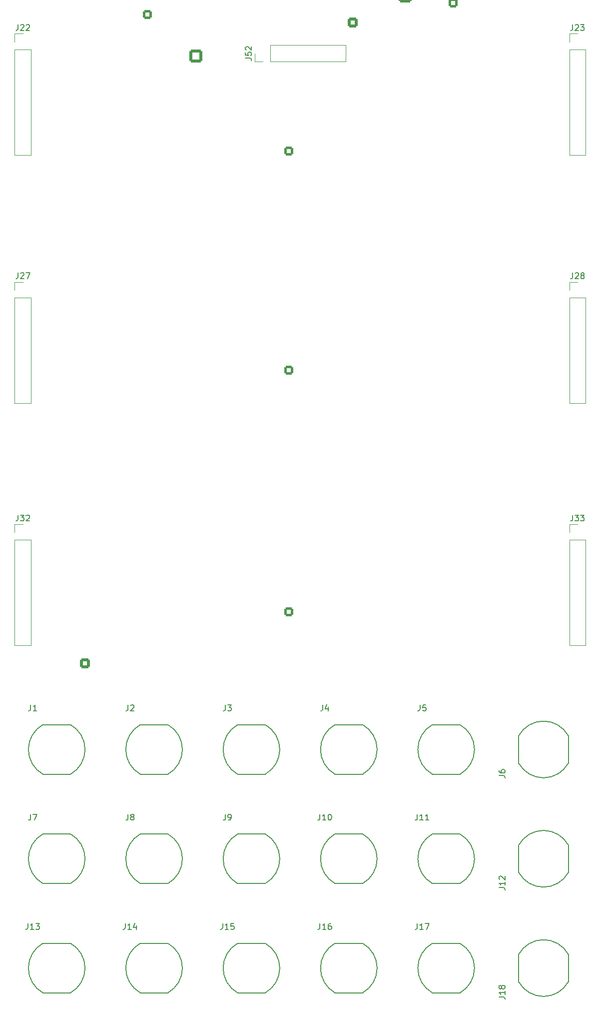
<source format=gto>
%TF.GenerationSoftware,KiCad,Pcbnew,9.0.7*%
%TF.CreationDate,2026-02-21T19:12:40+01:00*%
%TF.ProjectId,DMH_VCLFO_v2_PCB_Main,444d485f-5643-44c4-964f-5f76325f5043,1*%
%TF.SameCoordinates,Original*%
%TF.FileFunction,Legend,Top*%
%TF.FilePolarity,Positive*%
%FSLAX46Y46*%
G04 Gerber Fmt 4.6, Leading zero omitted, Abs format (unit mm)*
G04 Created by KiCad (PCBNEW 9.0.7) date 2026-02-21 19:12:40*
%MOMM*%
%LPD*%
G01*
G04 APERTURE LIST*
G04 Aperture macros list*
%AMRoundRect*
0 Rectangle with rounded corners*
0 $1 Rounding radius*
0 $2 $3 $4 $5 $6 $7 $8 $9 X,Y pos of 4 corners*
0 Add a 4 corners polygon primitive as box body*
4,1,4,$2,$3,$4,$5,$6,$7,$8,$9,$2,$3,0*
0 Add four circle primitives for the rounded corners*
1,1,$1+$1,$2,$3*
1,1,$1+$1,$4,$5*
1,1,$1+$1,$6,$7*
1,1,$1+$1,$8,$9*
0 Add four rect primitives between the rounded corners*
20,1,$1+$1,$2,$3,$4,$5,0*
20,1,$1+$1,$4,$5,$6,$7,0*
20,1,$1+$1,$6,$7,$8,$9,0*
20,1,$1+$1,$8,$9,$2,$3,0*%
%AMHorizOval*
0 Thick line with rounded ends*
0 $1 width*
0 $2 $3 position (X,Y) of the first rounded end (center of the circle)*
0 $4 $5 position (X,Y) of the second rounded end (center of the circle)*
0 Add line between two ends*
20,1,$1,$2,$3,$4,$5,0*
0 Add two circle primitives to create the rounded ends*
1,1,$1,$2,$3*
1,1,$1,$4,$5*%
G04 Aperture macros list end*
%ADD10C,0.150000*%
%ADD11C,0.120000*%
%ADD12HorizOval,1.712000X-0.533159X-0.533159X0.533159X0.533159X0*%
%ADD13O,1.712000X3.220000*%
%ADD14O,3.220000X1.712000*%
%ADD15R,1.700000X1.700000*%
%ADD16C,1.700000*%
%ADD17HorizOval,1.712000X-0.533159X0.533159X0.533159X-0.533159X0*%
%ADD18C,1.600000*%
%ADD19RoundRect,0.250000X0.600000X-0.600000X0.600000X0.600000X-0.600000X0.600000X-0.600000X-0.600000X0*%
%ADD20RoundRect,0.250000X-0.550000X0.550000X-0.550000X-0.550000X0.550000X-0.550000X0.550000X0.550000X0*%
%ADD21RoundRect,0.249999X-0.850001X0.850001X-0.850001X-0.850001X0.850001X-0.850001X0.850001X0.850001X0*%
%ADD22C,2.200000*%
%ADD23RoundRect,0.250000X-0.600000X0.600000X-0.600000X-0.600000X0.600000X-0.600000X0.600000X0.600000X0*%
%ADD24RoundRect,0.250000X0.550000X-0.550000X0.550000X0.550000X-0.550000X0.550000X-0.550000X-0.550000X0*%
%ADD25RoundRect,0.249999X0.850001X-0.850001X0.850001X0.850001X-0.850001X0.850001X-0.850001X-0.850001X0*%
G04 APERTURE END LIST*
D10*
X103365476Y-201204819D02*
X103365476Y-201919104D01*
X103365476Y-201919104D02*
X103317857Y-202061961D01*
X103317857Y-202061961D02*
X103222619Y-202157200D01*
X103222619Y-202157200D02*
X103079762Y-202204819D01*
X103079762Y-202204819D02*
X102984524Y-202204819D01*
X104365476Y-202204819D02*
X103794048Y-202204819D01*
X104079762Y-202204819D02*
X104079762Y-201204819D01*
X104079762Y-201204819D02*
X103984524Y-201347676D01*
X103984524Y-201347676D02*
X103889286Y-201442914D01*
X103889286Y-201442914D02*
X103794048Y-201490533D01*
X105222619Y-201204819D02*
X105032143Y-201204819D01*
X105032143Y-201204819D02*
X104936905Y-201252438D01*
X104936905Y-201252438D02*
X104889286Y-201300057D01*
X104889286Y-201300057D02*
X104794048Y-201442914D01*
X104794048Y-201442914D02*
X104746429Y-201633390D01*
X104746429Y-201633390D02*
X104746429Y-202014342D01*
X104746429Y-202014342D02*
X104794048Y-202109580D01*
X104794048Y-202109580D02*
X104841667Y-202157200D01*
X104841667Y-202157200D02*
X104936905Y-202204819D01*
X104936905Y-202204819D02*
X105127381Y-202204819D01*
X105127381Y-202204819D02*
X105222619Y-202157200D01*
X105222619Y-202157200D02*
X105270238Y-202109580D01*
X105270238Y-202109580D02*
X105317857Y-202014342D01*
X105317857Y-202014342D02*
X105317857Y-201776247D01*
X105317857Y-201776247D02*
X105270238Y-201681009D01*
X105270238Y-201681009D02*
X105222619Y-201633390D01*
X105222619Y-201633390D02*
X105127381Y-201585771D01*
X105127381Y-201585771D02*
X104936905Y-201585771D01*
X104936905Y-201585771D02*
X104841667Y-201633390D01*
X104841667Y-201633390D02*
X104794048Y-201681009D01*
X104794048Y-201681009D02*
X104746429Y-201776247D01*
X54341666Y-182704819D02*
X54341666Y-183419104D01*
X54341666Y-183419104D02*
X54294047Y-183561961D01*
X54294047Y-183561961D02*
X54198809Y-183657200D01*
X54198809Y-183657200D02*
X54055952Y-183704819D01*
X54055952Y-183704819D02*
X53960714Y-183704819D01*
X54722619Y-182704819D02*
X55389285Y-182704819D01*
X55389285Y-182704819D02*
X54960714Y-183704819D01*
X87341666Y-182704819D02*
X87341666Y-183419104D01*
X87341666Y-183419104D02*
X87294047Y-183561961D01*
X87294047Y-183561961D02*
X87198809Y-183657200D01*
X87198809Y-183657200D02*
X87055952Y-183704819D01*
X87055952Y-183704819D02*
X86960714Y-183704819D01*
X87865476Y-183704819D02*
X88055952Y-183704819D01*
X88055952Y-183704819D02*
X88151190Y-183657200D01*
X88151190Y-183657200D02*
X88198809Y-183609580D01*
X88198809Y-183609580D02*
X88294047Y-183466723D01*
X88294047Y-183466723D02*
X88341666Y-183276247D01*
X88341666Y-183276247D02*
X88341666Y-182895295D01*
X88341666Y-182895295D02*
X88294047Y-182800057D01*
X88294047Y-182800057D02*
X88246428Y-182752438D01*
X88246428Y-182752438D02*
X88151190Y-182704819D01*
X88151190Y-182704819D02*
X87960714Y-182704819D01*
X87960714Y-182704819D02*
X87865476Y-182752438D01*
X87865476Y-182752438D02*
X87817857Y-182800057D01*
X87817857Y-182800057D02*
X87770238Y-182895295D01*
X87770238Y-182895295D02*
X87770238Y-183133390D01*
X87770238Y-183133390D02*
X87817857Y-183228628D01*
X87817857Y-183228628D02*
X87865476Y-183276247D01*
X87865476Y-183276247D02*
X87960714Y-183323866D01*
X87960714Y-183323866D02*
X88151190Y-183323866D01*
X88151190Y-183323866D02*
X88246428Y-183276247D01*
X88246428Y-183276247D02*
X88294047Y-183228628D01*
X88294047Y-183228628D02*
X88341666Y-183133390D01*
X52190476Y-49074819D02*
X52190476Y-49789104D01*
X52190476Y-49789104D02*
X52142857Y-49931961D01*
X52142857Y-49931961D02*
X52047619Y-50027200D01*
X52047619Y-50027200D02*
X51904762Y-50074819D01*
X51904762Y-50074819D02*
X51809524Y-50074819D01*
X52619048Y-49170057D02*
X52666667Y-49122438D01*
X52666667Y-49122438D02*
X52761905Y-49074819D01*
X52761905Y-49074819D02*
X53000000Y-49074819D01*
X53000000Y-49074819D02*
X53095238Y-49122438D01*
X53095238Y-49122438D02*
X53142857Y-49170057D01*
X53142857Y-49170057D02*
X53190476Y-49265295D01*
X53190476Y-49265295D02*
X53190476Y-49360533D01*
X53190476Y-49360533D02*
X53142857Y-49503390D01*
X53142857Y-49503390D02*
X52571429Y-50074819D01*
X52571429Y-50074819D02*
X53190476Y-50074819D01*
X53571429Y-49170057D02*
X53619048Y-49122438D01*
X53619048Y-49122438D02*
X53714286Y-49074819D01*
X53714286Y-49074819D02*
X53952381Y-49074819D01*
X53952381Y-49074819D02*
X54047619Y-49122438D01*
X54047619Y-49122438D02*
X54095238Y-49170057D01*
X54095238Y-49170057D02*
X54142857Y-49265295D01*
X54142857Y-49265295D02*
X54142857Y-49360533D01*
X54142857Y-49360533D02*
X54095238Y-49503390D01*
X54095238Y-49503390D02*
X53523810Y-50074819D01*
X53523810Y-50074819D02*
X54142857Y-50074819D01*
X54341666Y-164204819D02*
X54341666Y-164919104D01*
X54341666Y-164919104D02*
X54294047Y-165061961D01*
X54294047Y-165061961D02*
X54198809Y-165157200D01*
X54198809Y-165157200D02*
X54055952Y-165204819D01*
X54055952Y-165204819D02*
X53960714Y-165204819D01*
X55341666Y-165204819D02*
X54770238Y-165204819D01*
X55055952Y-165204819D02*
X55055952Y-164204819D01*
X55055952Y-164204819D02*
X54960714Y-164347676D01*
X54960714Y-164347676D02*
X54865476Y-164442914D01*
X54865476Y-164442914D02*
X54770238Y-164490533D01*
X52190476Y-132074819D02*
X52190476Y-132789104D01*
X52190476Y-132789104D02*
X52142857Y-132931961D01*
X52142857Y-132931961D02*
X52047619Y-133027200D01*
X52047619Y-133027200D02*
X51904762Y-133074819D01*
X51904762Y-133074819D02*
X51809524Y-133074819D01*
X52571429Y-132074819D02*
X53190476Y-132074819D01*
X53190476Y-132074819D02*
X52857143Y-132455771D01*
X52857143Y-132455771D02*
X53000000Y-132455771D01*
X53000000Y-132455771D02*
X53095238Y-132503390D01*
X53095238Y-132503390D02*
X53142857Y-132551009D01*
X53142857Y-132551009D02*
X53190476Y-132646247D01*
X53190476Y-132646247D02*
X53190476Y-132884342D01*
X53190476Y-132884342D02*
X53142857Y-132979580D01*
X53142857Y-132979580D02*
X53095238Y-133027200D01*
X53095238Y-133027200D02*
X53000000Y-133074819D01*
X53000000Y-133074819D02*
X52714286Y-133074819D01*
X52714286Y-133074819D02*
X52619048Y-133027200D01*
X52619048Y-133027200D02*
X52571429Y-132979580D01*
X53571429Y-132170057D02*
X53619048Y-132122438D01*
X53619048Y-132122438D02*
X53714286Y-132074819D01*
X53714286Y-132074819D02*
X53952381Y-132074819D01*
X53952381Y-132074819D02*
X54047619Y-132122438D01*
X54047619Y-132122438D02*
X54095238Y-132170057D01*
X54095238Y-132170057D02*
X54142857Y-132265295D01*
X54142857Y-132265295D02*
X54142857Y-132360533D01*
X54142857Y-132360533D02*
X54095238Y-132503390D01*
X54095238Y-132503390D02*
X53523810Y-133074819D01*
X53523810Y-133074819D02*
X54142857Y-133074819D01*
X86865476Y-201204819D02*
X86865476Y-201919104D01*
X86865476Y-201919104D02*
X86817857Y-202061961D01*
X86817857Y-202061961D02*
X86722619Y-202157200D01*
X86722619Y-202157200D02*
X86579762Y-202204819D01*
X86579762Y-202204819D02*
X86484524Y-202204819D01*
X87865476Y-202204819D02*
X87294048Y-202204819D01*
X87579762Y-202204819D02*
X87579762Y-201204819D01*
X87579762Y-201204819D02*
X87484524Y-201347676D01*
X87484524Y-201347676D02*
X87389286Y-201442914D01*
X87389286Y-201442914D02*
X87294048Y-201490533D01*
X88770238Y-201204819D02*
X88294048Y-201204819D01*
X88294048Y-201204819D02*
X88246429Y-201681009D01*
X88246429Y-201681009D02*
X88294048Y-201633390D01*
X88294048Y-201633390D02*
X88389286Y-201585771D01*
X88389286Y-201585771D02*
X88627381Y-201585771D01*
X88627381Y-201585771D02*
X88722619Y-201633390D01*
X88722619Y-201633390D02*
X88770238Y-201681009D01*
X88770238Y-201681009D02*
X88817857Y-201776247D01*
X88817857Y-201776247D02*
X88817857Y-202014342D01*
X88817857Y-202014342D02*
X88770238Y-202109580D01*
X88770238Y-202109580D02*
X88722619Y-202157200D01*
X88722619Y-202157200D02*
X88627381Y-202204819D01*
X88627381Y-202204819D02*
X88389286Y-202204819D01*
X88389286Y-202204819D02*
X88294048Y-202157200D01*
X88294048Y-202157200D02*
X88246429Y-202109580D01*
X70365476Y-201204819D02*
X70365476Y-201919104D01*
X70365476Y-201919104D02*
X70317857Y-202061961D01*
X70317857Y-202061961D02*
X70222619Y-202157200D01*
X70222619Y-202157200D02*
X70079762Y-202204819D01*
X70079762Y-202204819D02*
X69984524Y-202204819D01*
X71365476Y-202204819D02*
X70794048Y-202204819D01*
X71079762Y-202204819D02*
X71079762Y-201204819D01*
X71079762Y-201204819D02*
X70984524Y-201347676D01*
X70984524Y-201347676D02*
X70889286Y-201442914D01*
X70889286Y-201442914D02*
X70794048Y-201490533D01*
X72222619Y-201538152D02*
X72222619Y-202204819D01*
X71984524Y-201157200D02*
X71746429Y-201871485D01*
X71746429Y-201871485D02*
X72365476Y-201871485D01*
X119865476Y-182704819D02*
X119865476Y-183419104D01*
X119865476Y-183419104D02*
X119817857Y-183561961D01*
X119817857Y-183561961D02*
X119722619Y-183657200D01*
X119722619Y-183657200D02*
X119579762Y-183704819D01*
X119579762Y-183704819D02*
X119484524Y-183704819D01*
X120865476Y-183704819D02*
X120294048Y-183704819D01*
X120579762Y-183704819D02*
X120579762Y-182704819D01*
X120579762Y-182704819D02*
X120484524Y-182847676D01*
X120484524Y-182847676D02*
X120389286Y-182942914D01*
X120389286Y-182942914D02*
X120294048Y-182990533D01*
X121817857Y-183704819D02*
X121246429Y-183704819D01*
X121532143Y-183704819D02*
X121532143Y-182704819D01*
X121532143Y-182704819D02*
X121436905Y-182847676D01*
X121436905Y-182847676D02*
X121341667Y-182942914D01*
X121341667Y-182942914D02*
X121246429Y-182990533D01*
X146190476Y-91074819D02*
X146190476Y-91789104D01*
X146190476Y-91789104D02*
X146142857Y-91931961D01*
X146142857Y-91931961D02*
X146047619Y-92027200D01*
X146047619Y-92027200D02*
X145904762Y-92074819D01*
X145904762Y-92074819D02*
X145809524Y-92074819D01*
X146619048Y-91170057D02*
X146666667Y-91122438D01*
X146666667Y-91122438D02*
X146761905Y-91074819D01*
X146761905Y-91074819D02*
X147000000Y-91074819D01*
X147000000Y-91074819D02*
X147095238Y-91122438D01*
X147095238Y-91122438D02*
X147142857Y-91170057D01*
X147142857Y-91170057D02*
X147190476Y-91265295D01*
X147190476Y-91265295D02*
X147190476Y-91360533D01*
X147190476Y-91360533D02*
X147142857Y-91503390D01*
X147142857Y-91503390D02*
X146571429Y-92074819D01*
X146571429Y-92074819D02*
X147190476Y-92074819D01*
X147761905Y-91503390D02*
X147666667Y-91455771D01*
X147666667Y-91455771D02*
X147619048Y-91408152D01*
X147619048Y-91408152D02*
X147571429Y-91312914D01*
X147571429Y-91312914D02*
X147571429Y-91265295D01*
X147571429Y-91265295D02*
X147619048Y-91170057D01*
X147619048Y-91170057D02*
X147666667Y-91122438D01*
X147666667Y-91122438D02*
X147761905Y-91074819D01*
X147761905Y-91074819D02*
X147952381Y-91074819D01*
X147952381Y-91074819D02*
X148047619Y-91122438D01*
X148047619Y-91122438D02*
X148095238Y-91170057D01*
X148095238Y-91170057D02*
X148142857Y-91265295D01*
X148142857Y-91265295D02*
X148142857Y-91312914D01*
X148142857Y-91312914D02*
X148095238Y-91408152D01*
X148095238Y-91408152D02*
X148047619Y-91455771D01*
X148047619Y-91455771D02*
X147952381Y-91503390D01*
X147952381Y-91503390D02*
X147761905Y-91503390D01*
X147761905Y-91503390D02*
X147666667Y-91551009D01*
X147666667Y-91551009D02*
X147619048Y-91598628D01*
X147619048Y-91598628D02*
X147571429Y-91693866D01*
X147571429Y-91693866D02*
X147571429Y-91884342D01*
X147571429Y-91884342D02*
X147619048Y-91979580D01*
X147619048Y-91979580D02*
X147666667Y-92027200D01*
X147666667Y-92027200D02*
X147761905Y-92074819D01*
X147761905Y-92074819D02*
X147952381Y-92074819D01*
X147952381Y-92074819D02*
X148047619Y-92027200D01*
X148047619Y-92027200D02*
X148095238Y-91979580D01*
X148095238Y-91979580D02*
X148142857Y-91884342D01*
X148142857Y-91884342D02*
X148142857Y-91693866D01*
X148142857Y-91693866D02*
X148095238Y-91598628D01*
X148095238Y-91598628D02*
X148047619Y-91551009D01*
X148047619Y-91551009D02*
X147952381Y-91503390D01*
X103841666Y-164204819D02*
X103841666Y-164919104D01*
X103841666Y-164919104D02*
X103794047Y-165061961D01*
X103794047Y-165061961D02*
X103698809Y-165157200D01*
X103698809Y-165157200D02*
X103555952Y-165204819D01*
X103555952Y-165204819D02*
X103460714Y-165204819D01*
X104746428Y-164538152D02*
X104746428Y-165204819D01*
X104508333Y-164157200D02*
X104270238Y-164871485D01*
X104270238Y-164871485D02*
X104889285Y-164871485D01*
X87341666Y-164204819D02*
X87341666Y-164919104D01*
X87341666Y-164919104D02*
X87294047Y-165061961D01*
X87294047Y-165061961D02*
X87198809Y-165157200D01*
X87198809Y-165157200D02*
X87055952Y-165204819D01*
X87055952Y-165204819D02*
X86960714Y-165204819D01*
X87722619Y-164204819D02*
X88341666Y-164204819D01*
X88341666Y-164204819D02*
X88008333Y-164585771D01*
X88008333Y-164585771D02*
X88151190Y-164585771D01*
X88151190Y-164585771D02*
X88246428Y-164633390D01*
X88246428Y-164633390D02*
X88294047Y-164681009D01*
X88294047Y-164681009D02*
X88341666Y-164776247D01*
X88341666Y-164776247D02*
X88341666Y-165014342D01*
X88341666Y-165014342D02*
X88294047Y-165109580D01*
X88294047Y-165109580D02*
X88246428Y-165157200D01*
X88246428Y-165157200D02*
X88151190Y-165204819D01*
X88151190Y-165204819D02*
X87865476Y-165204819D01*
X87865476Y-165204819D02*
X87770238Y-165157200D01*
X87770238Y-165157200D02*
X87722619Y-165109580D01*
X133704819Y-213634523D02*
X134419104Y-213634523D01*
X134419104Y-213634523D02*
X134561961Y-213682142D01*
X134561961Y-213682142D02*
X134657200Y-213777380D01*
X134657200Y-213777380D02*
X134704819Y-213920237D01*
X134704819Y-213920237D02*
X134704819Y-214015475D01*
X134704819Y-212634523D02*
X134704819Y-213205951D01*
X134704819Y-212920237D02*
X133704819Y-212920237D01*
X133704819Y-212920237D02*
X133847676Y-213015475D01*
X133847676Y-213015475D02*
X133942914Y-213110713D01*
X133942914Y-213110713D02*
X133990533Y-213205951D01*
X134133390Y-212063094D02*
X134085771Y-212158332D01*
X134085771Y-212158332D02*
X134038152Y-212205951D01*
X134038152Y-212205951D02*
X133942914Y-212253570D01*
X133942914Y-212253570D02*
X133895295Y-212253570D01*
X133895295Y-212253570D02*
X133800057Y-212205951D01*
X133800057Y-212205951D02*
X133752438Y-212158332D01*
X133752438Y-212158332D02*
X133704819Y-212063094D01*
X133704819Y-212063094D02*
X133704819Y-211872618D01*
X133704819Y-211872618D02*
X133752438Y-211777380D01*
X133752438Y-211777380D02*
X133800057Y-211729761D01*
X133800057Y-211729761D02*
X133895295Y-211682142D01*
X133895295Y-211682142D02*
X133942914Y-211682142D01*
X133942914Y-211682142D02*
X134038152Y-211729761D01*
X134038152Y-211729761D02*
X134085771Y-211777380D01*
X134085771Y-211777380D02*
X134133390Y-211872618D01*
X134133390Y-211872618D02*
X134133390Y-212063094D01*
X134133390Y-212063094D02*
X134181009Y-212158332D01*
X134181009Y-212158332D02*
X134228628Y-212205951D01*
X134228628Y-212205951D02*
X134323866Y-212253570D01*
X134323866Y-212253570D02*
X134514342Y-212253570D01*
X134514342Y-212253570D02*
X134609580Y-212205951D01*
X134609580Y-212205951D02*
X134657200Y-212158332D01*
X134657200Y-212158332D02*
X134704819Y-212063094D01*
X134704819Y-212063094D02*
X134704819Y-211872618D01*
X134704819Y-211872618D02*
X134657200Y-211777380D01*
X134657200Y-211777380D02*
X134609580Y-211729761D01*
X134609580Y-211729761D02*
X134514342Y-211682142D01*
X134514342Y-211682142D02*
X134323866Y-211682142D01*
X134323866Y-211682142D02*
X134228628Y-211729761D01*
X134228628Y-211729761D02*
X134181009Y-211777380D01*
X134181009Y-211777380D02*
X134133390Y-211872618D01*
X53865476Y-201204819D02*
X53865476Y-201919104D01*
X53865476Y-201919104D02*
X53817857Y-202061961D01*
X53817857Y-202061961D02*
X53722619Y-202157200D01*
X53722619Y-202157200D02*
X53579762Y-202204819D01*
X53579762Y-202204819D02*
X53484524Y-202204819D01*
X54865476Y-202204819D02*
X54294048Y-202204819D01*
X54579762Y-202204819D02*
X54579762Y-201204819D01*
X54579762Y-201204819D02*
X54484524Y-201347676D01*
X54484524Y-201347676D02*
X54389286Y-201442914D01*
X54389286Y-201442914D02*
X54294048Y-201490533D01*
X55198810Y-201204819D02*
X55817857Y-201204819D01*
X55817857Y-201204819D02*
X55484524Y-201585771D01*
X55484524Y-201585771D02*
X55627381Y-201585771D01*
X55627381Y-201585771D02*
X55722619Y-201633390D01*
X55722619Y-201633390D02*
X55770238Y-201681009D01*
X55770238Y-201681009D02*
X55817857Y-201776247D01*
X55817857Y-201776247D02*
X55817857Y-202014342D01*
X55817857Y-202014342D02*
X55770238Y-202109580D01*
X55770238Y-202109580D02*
X55722619Y-202157200D01*
X55722619Y-202157200D02*
X55627381Y-202204819D01*
X55627381Y-202204819D02*
X55341667Y-202204819D01*
X55341667Y-202204819D02*
X55246429Y-202157200D01*
X55246429Y-202157200D02*
X55198810Y-202109580D01*
X70841666Y-164204819D02*
X70841666Y-164919104D01*
X70841666Y-164919104D02*
X70794047Y-165061961D01*
X70794047Y-165061961D02*
X70698809Y-165157200D01*
X70698809Y-165157200D02*
X70555952Y-165204819D01*
X70555952Y-165204819D02*
X70460714Y-165204819D01*
X71270238Y-164300057D02*
X71317857Y-164252438D01*
X71317857Y-164252438D02*
X71413095Y-164204819D01*
X71413095Y-164204819D02*
X71651190Y-164204819D01*
X71651190Y-164204819D02*
X71746428Y-164252438D01*
X71746428Y-164252438D02*
X71794047Y-164300057D01*
X71794047Y-164300057D02*
X71841666Y-164395295D01*
X71841666Y-164395295D02*
X71841666Y-164490533D01*
X71841666Y-164490533D02*
X71794047Y-164633390D01*
X71794047Y-164633390D02*
X71222619Y-165204819D01*
X71222619Y-165204819D02*
X71841666Y-165204819D01*
X70841666Y-182704819D02*
X70841666Y-183419104D01*
X70841666Y-183419104D02*
X70794047Y-183561961D01*
X70794047Y-183561961D02*
X70698809Y-183657200D01*
X70698809Y-183657200D02*
X70555952Y-183704819D01*
X70555952Y-183704819D02*
X70460714Y-183704819D01*
X71460714Y-183133390D02*
X71365476Y-183085771D01*
X71365476Y-183085771D02*
X71317857Y-183038152D01*
X71317857Y-183038152D02*
X71270238Y-182942914D01*
X71270238Y-182942914D02*
X71270238Y-182895295D01*
X71270238Y-182895295D02*
X71317857Y-182800057D01*
X71317857Y-182800057D02*
X71365476Y-182752438D01*
X71365476Y-182752438D02*
X71460714Y-182704819D01*
X71460714Y-182704819D02*
X71651190Y-182704819D01*
X71651190Y-182704819D02*
X71746428Y-182752438D01*
X71746428Y-182752438D02*
X71794047Y-182800057D01*
X71794047Y-182800057D02*
X71841666Y-182895295D01*
X71841666Y-182895295D02*
X71841666Y-182942914D01*
X71841666Y-182942914D02*
X71794047Y-183038152D01*
X71794047Y-183038152D02*
X71746428Y-183085771D01*
X71746428Y-183085771D02*
X71651190Y-183133390D01*
X71651190Y-183133390D02*
X71460714Y-183133390D01*
X71460714Y-183133390D02*
X71365476Y-183181009D01*
X71365476Y-183181009D02*
X71317857Y-183228628D01*
X71317857Y-183228628D02*
X71270238Y-183323866D01*
X71270238Y-183323866D02*
X71270238Y-183514342D01*
X71270238Y-183514342D02*
X71317857Y-183609580D01*
X71317857Y-183609580D02*
X71365476Y-183657200D01*
X71365476Y-183657200D02*
X71460714Y-183704819D01*
X71460714Y-183704819D02*
X71651190Y-183704819D01*
X71651190Y-183704819D02*
X71746428Y-183657200D01*
X71746428Y-183657200D02*
X71794047Y-183609580D01*
X71794047Y-183609580D02*
X71841666Y-183514342D01*
X71841666Y-183514342D02*
X71841666Y-183323866D01*
X71841666Y-183323866D02*
X71794047Y-183228628D01*
X71794047Y-183228628D02*
X71746428Y-183181009D01*
X71746428Y-183181009D02*
X71651190Y-183133390D01*
X146190476Y-49074819D02*
X146190476Y-49789104D01*
X146190476Y-49789104D02*
X146142857Y-49931961D01*
X146142857Y-49931961D02*
X146047619Y-50027200D01*
X146047619Y-50027200D02*
X145904762Y-50074819D01*
X145904762Y-50074819D02*
X145809524Y-50074819D01*
X146619048Y-49170057D02*
X146666667Y-49122438D01*
X146666667Y-49122438D02*
X146761905Y-49074819D01*
X146761905Y-49074819D02*
X147000000Y-49074819D01*
X147000000Y-49074819D02*
X147095238Y-49122438D01*
X147095238Y-49122438D02*
X147142857Y-49170057D01*
X147142857Y-49170057D02*
X147190476Y-49265295D01*
X147190476Y-49265295D02*
X147190476Y-49360533D01*
X147190476Y-49360533D02*
X147142857Y-49503390D01*
X147142857Y-49503390D02*
X146571429Y-50074819D01*
X146571429Y-50074819D02*
X147190476Y-50074819D01*
X147523810Y-49074819D02*
X148142857Y-49074819D01*
X148142857Y-49074819D02*
X147809524Y-49455771D01*
X147809524Y-49455771D02*
X147952381Y-49455771D01*
X147952381Y-49455771D02*
X148047619Y-49503390D01*
X148047619Y-49503390D02*
X148095238Y-49551009D01*
X148095238Y-49551009D02*
X148142857Y-49646247D01*
X148142857Y-49646247D02*
X148142857Y-49884342D01*
X148142857Y-49884342D02*
X148095238Y-49979580D01*
X148095238Y-49979580D02*
X148047619Y-50027200D01*
X148047619Y-50027200D02*
X147952381Y-50074819D01*
X147952381Y-50074819D02*
X147666667Y-50074819D01*
X147666667Y-50074819D02*
X147571429Y-50027200D01*
X147571429Y-50027200D02*
X147523810Y-49979580D01*
X120341666Y-164204819D02*
X120341666Y-164919104D01*
X120341666Y-164919104D02*
X120294047Y-165061961D01*
X120294047Y-165061961D02*
X120198809Y-165157200D01*
X120198809Y-165157200D02*
X120055952Y-165204819D01*
X120055952Y-165204819D02*
X119960714Y-165204819D01*
X121294047Y-164204819D02*
X120817857Y-164204819D01*
X120817857Y-164204819D02*
X120770238Y-164681009D01*
X120770238Y-164681009D02*
X120817857Y-164633390D01*
X120817857Y-164633390D02*
X120913095Y-164585771D01*
X120913095Y-164585771D02*
X121151190Y-164585771D01*
X121151190Y-164585771D02*
X121246428Y-164633390D01*
X121246428Y-164633390D02*
X121294047Y-164681009D01*
X121294047Y-164681009D02*
X121341666Y-164776247D01*
X121341666Y-164776247D02*
X121341666Y-165014342D01*
X121341666Y-165014342D02*
X121294047Y-165109580D01*
X121294047Y-165109580D02*
X121246428Y-165157200D01*
X121246428Y-165157200D02*
X121151190Y-165204819D01*
X121151190Y-165204819D02*
X120913095Y-165204819D01*
X120913095Y-165204819D02*
X120817857Y-165157200D01*
X120817857Y-165157200D02*
X120770238Y-165109580D01*
X133704819Y-195134523D02*
X134419104Y-195134523D01*
X134419104Y-195134523D02*
X134561961Y-195182142D01*
X134561961Y-195182142D02*
X134657200Y-195277380D01*
X134657200Y-195277380D02*
X134704819Y-195420237D01*
X134704819Y-195420237D02*
X134704819Y-195515475D01*
X134704819Y-194134523D02*
X134704819Y-194705951D01*
X134704819Y-194420237D02*
X133704819Y-194420237D01*
X133704819Y-194420237D02*
X133847676Y-194515475D01*
X133847676Y-194515475D02*
X133942914Y-194610713D01*
X133942914Y-194610713D02*
X133990533Y-194705951D01*
X133800057Y-193753570D02*
X133752438Y-193705951D01*
X133752438Y-193705951D02*
X133704819Y-193610713D01*
X133704819Y-193610713D02*
X133704819Y-193372618D01*
X133704819Y-193372618D02*
X133752438Y-193277380D01*
X133752438Y-193277380D02*
X133800057Y-193229761D01*
X133800057Y-193229761D02*
X133895295Y-193182142D01*
X133895295Y-193182142D02*
X133990533Y-193182142D01*
X133990533Y-193182142D02*
X134133390Y-193229761D01*
X134133390Y-193229761D02*
X134704819Y-193801189D01*
X134704819Y-193801189D02*
X134704819Y-193182142D01*
X133704819Y-176158333D02*
X134419104Y-176158333D01*
X134419104Y-176158333D02*
X134561961Y-176205952D01*
X134561961Y-176205952D02*
X134657200Y-176301190D01*
X134657200Y-176301190D02*
X134704819Y-176444047D01*
X134704819Y-176444047D02*
X134704819Y-176539285D01*
X133704819Y-175253571D02*
X133704819Y-175444047D01*
X133704819Y-175444047D02*
X133752438Y-175539285D01*
X133752438Y-175539285D02*
X133800057Y-175586904D01*
X133800057Y-175586904D02*
X133942914Y-175682142D01*
X133942914Y-175682142D02*
X134133390Y-175729761D01*
X134133390Y-175729761D02*
X134514342Y-175729761D01*
X134514342Y-175729761D02*
X134609580Y-175682142D01*
X134609580Y-175682142D02*
X134657200Y-175634523D01*
X134657200Y-175634523D02*
X134704819Y-175539285D01*
X134704819Y-175539285D02*
X134704819Y-175348809D01*
X134704819Y-175348809D02*
X134657200Y-175253571D01*
X134657200Y-175253571D02*
X134609580Y-175205952D01*
X134609580Y-175205952D02*
X134514342Y-175158333D01*
X134514342Y-175158333D02*
X134276247Y-175158333D01*
X134276247Y-175158333D02*
X134181009Y-175205952D01*
X134181009Y-175205952D02*
X134133390Y-175253571D01*
X134133390Y-175253571D02*
X134085771Y-175348809D01*
X134085771Y-175348809D02*
X134085771Y-175539285D01*
X134085771Y-175539285D02*
X134133390Y-175634523D01*
X134133390Y-175634523D02*
X134181009Y-175682142D01*
X134181009Y-175682142D02*
X134276247Y-175729761D01*
X119865476Y-201204819D02*
X119865476Y-201919104D01*
X119865476Y-201919104D02*
X119817857Y-202061961D01*
X119817857Y-202061961D02*
X119722619Y-202157200D01*
X119722619Y-202157200D02*
X119579762Y-202204819D01*
X119579762Y-202204819D02*
X119484524Y-202204819D01*
X120865476Y-202204819D02*
X120294048Y-202204819D01*
X120579762Y-202204819D02*
X120579762Y-201204819D01*
X120579762Y-201204819D02*
X120484524Y-201347676D01*
X120484524Y-201347676D02*
X120389286Y-201442914D01*
X120389286Y-201442914D02*
X120294048Y-201490533D01*
X121198810Y-201204819D02*
X121865476Y-201204819D01*
X121865476Y-201204819D02*
X121436905Y-202204819D01*
X52190476Y-91074819D02*
X52190476Y-91789104D01*
X52190476Y-91789104D02*
X52142857Y-91931961D01*
X52142857Y-91931961D02*
X52047619Y-92027200D01*
X52047619Y-92027200D02*
X51904762Y-92074819D01*
X51904762Y-92074819D02*
X51809524Y-92074819D01*
X52619048Y-91170057D02*
X52666667Y-91122438D01*
X52666667Y-91122438D02*
X52761905Y-91074819D01*
X52761905Y-91074819D02*
X53000000Y-91074819D01*
X53000000Y-91074819D02*
X53095238Y-91122438D01*
X53095238Y-91122438D02*
X53142857Y-91170057D01*
X53142857Y-91170057D02*
X53190476Y-91265295D01*
X53190476Y-91265295D02*
X53190476Y-91360533D01*
X53190476Y-91360533D02*
X53142857Y-91503390D01*
X53142857Y-91503390D02*
X52571429Y-92074819D01*
X52571429Y-92074819D02*
X53190476Y-92074819D01*
X53523810Y-91074819D02*
X54190476Y-91074819D01*
X54190476Y-91074819D02*
X53761905Y-92074819D01*
X146190476Y-132074819D02*
X146190476Y-132789104D01*
X146190476Y-132789104D02*
X146142857Y-132931961D01*
X146142857Y-132931961D02*
X146047619Y-133027200D01*
X146047619Y-133027200D02*
X145904762Y-133074819D01*
X145904762Y-133074819D02*
X145809524Y-133074819D01*
X146571429Y-132074819D02*
X147190476Y-132074819D01*
X147190476Y-132074819D02*
X146857143Y-132455771D01*
X146857143Y-132455771D02*
X147000000Y-132455771D01*
X147000000Y-132455771D02*
X147095238Y-132503390D01*
X147095238Y-132503390D02*
X147142857Y-132551009D01*
X147142857Y-132551009D02*
X147190476Y-132646247D01*
X147190476Y-132646247D02*
X147190476Y-132884342D01*
X147190476Y-132884342D02*
X147142857Y-132979580D01*
X147142857Y-132979580D02*
X147095238Y-133027200D01*
X147095238Y-133027200D02*
X147000000Y-133074819D01*
X147000000Y-133074819D02*
X146714286Y-133074819D01*
X146714286Y-133074819D02*
X146619048Y-133027200D01*
X146619048Y-133027200D02*
X146571429Y-132979580D01*
X147523810Y-132074819D02*
X148142857Y-132074819D01*
X148142857Y-132074819D02*
X147809524Y-132455771D01*
X147809524Y-132455771D02*
X147952381Y-132455771D01*
X147952381Y-132455771D02*
X148047619Y-132503390D01*
X148047619Y-132503390D02*
X148095238Y-132551009D01*
X148095238Y-132551009D02*
X148142857Y-132646247D01*
X148142857Y-132646247D02*
X148142857Y-132884342D01*
X148142857Y-132884342D02*
X148095238Y-132979580D01*
X148095238Y-132979580D02*
X148047619Y-133027200D01*
X148047619Y-133027200D02*
X147952381Y-133074819D01*
X147952381Y-133074819D02*
X147666667Y-133074819D01*
X147666667Y-133074819D02*
X147571429Y-133027200D01*
X147571429Y-133027200D02*
X147523810Y-132979580D01*
X90749819Y-54734523D02*
X91464104Y-54734523D01*
X91464104Y-54734523D02*
X91606961Y-54782142D01*
X91606961Y-54782142D02*
X91702200Y-54877380D01*
X91702200Y-54877380D02*
X91749819Y-55020237D01*
X91749819Y-55020237D02*
X91749819Y-55115475D01*
X90749819Y-53782142D02*
X90749819Y-54258332D01*
X90749819Y-54258332D02*
X91226009Y-54305951D01*
X91226009Y-54305951D02*
X91178390Y-54258332D01*
X91178390Y-54258332D02*
X91130771Y-54163094D01*
X91130771Y-54163094D02*
X91130771Y-53924999D01*
X91130771Y-53924999D02*
X91178390Y-53829761D01*
X91178390Y-53829761D02*
X91226009Y-53782142D01*
X91226009Y-53782142D02*
X91321247Y-53734523D01*
X91321247Y-53734523D02*
X91559342Y-53734523D01*
X91559342Y-53734523D02*
X91654580Y-53782142D01*
X91654580Y-53782142D02*
X91702200Y-53829761D01*
X91702200Y-53829761D02*
X91749819Y-53924999D01*
X91749819Y-53924999D02*
X91749819Y-54163094D01*
X91749819Y-54163094D02*
X91702200Y-54258332D01*
X91702200Y-54258332D02*
X91654580Y-54305951D01*
X90845057Y-53353570D02*
X90797438Y-53305951D01*
X90797438Y-53305951D02*
X90749819Y-53210713D01*
X90749819Y-53210713D02*
X90749819Y-52972618D01*
X90749819Y-52972618D02*
X90797438Y-52877380D01*
X90797438Y-52877380D02*
X90845057Y-52829761D01*
X90845057Y-52829761D02*
X90940295Y-52782142D01*
X90940295Y-52782142D02*
X91035533Y-52782142D01*
X91035533Y-52782142D02*
X91178390Y-52829761D01*
X91178390Y-52829761D02*
X91749819Y-53401189D01*
X91749819Y-53401189D02*
X91749819Y-52782142D01*
X103365476Y-182704819D02*
X103365476Y-183419104D01*
X103365476Y-183419104D02*
X103317857Y-183561961D01*
X103317857Y-183561961D02*
X103222619Y-183657200D01*
X103222619Y-183657200D02*
X103079762Y-183704819D01*
X103079762Y-183704819D02*
X102984524Y-183704819D01*
X104365476Y-183704819D02*
X103794048Y-183704819D01*
X104079762Y-183704819D02*
X104079762Y-182704819D01*
X104079762Y-182704819D02*
X103984524Y-182847676D01*
X103984524Y-182847676D02*
X103889286Y-182942914D01*
X103889286Y-182942914D02*
X103794048Y-182990533D01*
X104984524Y-182704819D02*
X105079762Y-182704819D01*
X105079762Y-182704819D02*
X105175000Y-182752438D01*
X105175000Y-182752438D02*
X105222619Y-182800057D01*
X105222619Y-182800057D02*
X105270238Y-182895295D01*
X105270238Y-182895295D02*
X105317857Y-183085771D01*
X105317857Y-183085771D02*
X105317857Y-183323866D01*
X105317857Y-183323866D02*
X105270238Y-183514342D01*
X105270238Y-183514342D02*
X105222619Y-183609580D01*
X105222619Y-183609580D02*
X105175000Y-183657200D01*
X105175000Y-183657200D02*
X105079762Y-183704819D01*
X105079762Y-183704819D02*
X104984524Y-183704819D01*
X104984524Y-183704819D02*
X104889286Y-183657200D01*
X104889286Y-183657200D02*
X104841667Y-183609580D01*
X104841667Y-183609580D02*
X104794048Y-183514342D01*
X104794048Y-183514342D02*
X104746429Y-183323866D01*
X104746429Y-183323866D02*
X104746429Y-183085771D01*
X104746429Y-183085771D02*
X104794048Y-182895295D01*
X104794048Y-182895295D02*
X104841667Y-182800057D01*
X104841667Y-182800057D02*
X104889286Y-182752438D01*
X104889286Y-182752438D02*
X104984524Y-182704819D01*
%TO.C,J16*%
X108250000Y-204550000D02*
X105900000Y-204550000D01*
X108250000Y-204550000D02*
X110600000Y-204550000D01*
X108250000Y-212950000D02*
X105900000Y-212950000D01*
X108250000Y-212950000D02*
X110600000Y-212950000D01*
X103450000Y-208750000D02*
G75*
G02*
X105906222Y-204561121I4800000J0D01*
G01*
X105906222Y-212938879D02*
G75*
G02*
X103450000Y-208750000I2343778J4188879D01*
G01*
X110593778Y-204561121D02*
G75*
G02*
X113050000Y-208750000I-2343781J-4188881D01*
G01*
X113050000Y-208750000D02*
G75*
G02*
X110593778Y-212938879I-4800003J2D01*
G01*
%TO.C,J7*%
X58750000Y-186050000D02*
X56400000Y-186050000D01*
X58750000Y-186050000D02*
X61100000Y-186050000D01*
X58750000Y-194450000D02*
X56400000Y-194450000D01*
X58750000Y-194450000D02*
X61100000Y-194450000D01*
X53950000Y-190250000D02*
G75*
G02*
X56406222Y-186061121I4800000J0D01*
G01*
X56406222Y-194438879D02*
G75*
G02*
X53950000Y-190250000I2343778J4188879D01*
G01*
X61093778Y-186061121D02*
G75*
G02*
X63550000Y-190250000I-2343781J-4188881D01*
G01*
X63550000Y-190250000D02*
G75*
G02*
X61093778Y-194438879I-4800003J2D01*
G01*
%TO.C,J9*%
X91750000Y-186050000D02*
X89400000Y-186050000D01*
X91750000Y-186050000D02*
X94100000Y-186050000D01*
X91750000Y-194450000D02*
X89400000Y-194450000D01*
X91750000Y-194450000D02*
X94100000Y-194450000D01*
X86950000Y-190250000D02*
G75*
G02*
X89406222Y-186061121I4800000J0D01*
G01*
X89406222Y-194438879D02*
G75*
G02*
X86950000Y-190250000I2343778J4188879D01*
G01*
X94093778Y-186061121D02*
G75*
G02*
X96550000Y-190250000I-2343781J-4188881D01*
G01*
X96550000Y-190250000D02*
G75*
G02*
X94093778Y-194438879I-4800003J2D01*
G01*
D11*
%TO.C,J22*%
X51620000Y-50620000D02*
X53000000Y-50620000D01*
X51620000Y-52000000D02*
X51620000Y-50620000D01*
X51620000Y-53270000D02*
X51620000Y-71160000D01*
X51620000Y-53270000D02*
X54380000Y-53270000D01*
X51620000Y-71160000D02*
X54380000Y-71160000D01*
X54380000Y-53270000D02*
X54380000Y-71160000D01*
D10*
%TO.C,J1*%
X58750000Y-167550000D02*
X56400000Y-167550000D01*
X58750000Y-167550000D02*
X61100000Y-167550000D01*
X58750000Y-175950000D02*
X56400000Y-175950000D01*
X58750000Y-175950000D02*
X61100000Y-175950000D01*
X53950000Y-171750000D02*
G75*
G02*
X56406222Y-167561121I4800000J0D01*
G01*
X56406222Y-175938879D02*
G75*
G02*
X53950000Y-171750000I2343778J4188879D01*
G01*
X61093778Y-167561121D02*
G75*
G02*
X63550000Y-171750000I-2343781J-4188881D01*
G01*
X63550000Y-171750000D02*
G75*
G02*
X61093778Y-175938879I-4800003J2D01*
G01*
D11*
%TO.C,J32*%
X51620000Y-133620000D02*
X53000000Y-133620000D01*
X51620000Y-135000000D02*
X51620000Y-133620000D01*
X51620000Y-136270000D02*
X51620000Y-154160000D01*
X51620000Y-136270000D02*
X54380000Y-136270000D01*
X51620000Y-154160000D02*
X54380000Y-154160000D01*
X54380000Y-136270000D02*
X54380000Y-154160000D01*
D10*
%TO.C,J15*%
X91750000Y-204550000D02*
X89400000Y-204550000D01*
X91750000Y-204550000D02*
X94100000Y-204550000D01*
X91750000Y-212950000D02*
X89400000Y-212950000D01*
X91750000Y-212950000D02*
X94100000Y-212950000D01*
X86950000Y-208750000D02*
G75*
G02*
X89406222Y-204561121I4800000J0D01*
G01*
X89406222Y-212938879D02*
G75*
G02*
X86950000Y-208750000I2343778J4188879D01*
G01*
X94093778Y-204561121D02*
G75*
G02*
X96550000Y-208750000I-2343781J-4188881D01*
G01*
X96550000Y-208750000D02*
G75*
G02*
X94093778Y-212938879I-4800003J2D01*
G01*
%TO.C,J14*%
X75250000Y-204550000D02*
X72900000Y-204550000D01*
X75250000Y-204550000D02*
X77600000Y-204550000D01*
X75250000Y-212950000D02*
X72900000Y-212950000D01*
X75250000Y-212950000D02*
X77600000Y-212950000D01*
X70450000Y-208750000D02*
G75*
G02*
X72906222Y-204561121I4800000J0D01*
G01*
X72906222Y-212938879D02*
G75*
G02*
X70450000Y-208750000I2343778J4188879D01*
G01*
X77593778Y-204561121D02*
G75*
G02*
X80050000Y-208750000I-2343781J-4188881D01*
G01*
X80050000Y-208750000D02*
G75*
G02*
X77593778Y-212938879I-4800003J2D01*
G01*
%TO.C,J11*%
X124750000Y-186050000D02*
X122400000Y-186050000D01*
X124750000Y-186050000D02*
X127100000Y-186050000D01*
X124750000Y-194450000D02*
X122400000Y-194450000D01*
X124750000Y-194450000D02*
X127100000Y-194450000D01*
X119950000Y-190250000D02*
G75*
G02*
X122406222Y-186061121I4800000J0D01*
G01*
X122406222Y-194438879D02*
G75*
G02*
X119950000Y-190250000I2343778J4188879D01*
G01*
X127093778Y-186061121D02*
G75*
G02*
X129550000Y-190250000I-2343781J-4188881D01*
G01*
X129550000Y-190250000D02*
G75*
G02*
X127093778Y-194438879I-4800003J2D01*
G01*
D11*
%TO.C,J28*%
X145620000Y-92620000D02*
X147000000Y-92620000D01*
X145620000Y-94000000D02*
X145620000Y-92620000D01*
X145620000Y-95270000D02*
X145620000Y-113160000D01*
X145620000Y-95270000D02*
X148380000Y-95270000D01*
X145620000Y-113160000D02*
X148380000Y-113160000D01*
X148380000Y-95270000D02*
X148380000Y-113160000D01*
D10*
%TO.C,J4*%
X108250000Y-167550000D02*
X105900000Y-167550000D01*
X108250000Y-167550000D02*
X110600000Y-167550000D01*
X108250000Y-175950000D02*
X105900000Y-175950000D01*
X108250000Y-175950000D02*
X110600000Y-175950000D01*
X103450000Y-171750000D02*
G75*
G02*
X105906222Y-167561121I4800000J0D01*
G01*
X105906222Y-175938879D02*
G75*
G02*
X103450000Y-171750000I2343778J4188879D01*
G01*
X110593778Y-167561121D02*
G75*
G02*
X113050000Y-171750000I-2343781J-4188881D01*
G01*
X113050000Y-171750000D02*
G75*
G02*
X110593778Y-175938879I-4800003J2D01*
G01*
%TO.C,J3*%
X91750000Y-167550000D02*
X89400000Y-167550000D01*
X91750000Y-167550000D02*
X94100000Y-167550000D01*
X91750000Y-175950000D02*
X89400000Y-175950000D01*
X91750000Y-175950000D02*
X94100000Y-175950000D01*
X86950000Y-171750000D02*
G75*
G02*
X89406222Y-167561121I4800000J0D01*
G01*
X89406222Y-175938879D02*
G75*
G02*
X86950000Y-171750000I2343778J4188879D01*
G01*
X94093778Y-167561121D02*
G75*
G02*
X96550000Y-171750000I-2343781J-4188881D01*
G01*
X96550000Y-171750000D02*
G75*
G02*
X94093778Y-175938879I-4800003J2D01*
G01*
%TO.C,J18*%
X137050000Y-208750000D02*
X137050000Y-206400000D01*
X137050000Y-208750000D02*
X137050000Y-211100000D01*
X145450000Y-208750000D02*
X145450000Y-206400000D01*
X145450000Y-208750000D02*
X145450000Y-211100000D01*
X137061121Y-206406222D02*
G75*
G02*
X141250000Y-203950000I4188881J-2343781D01*
G01*
X141250000Y-203950000D02*
G75*
G02*
X145438879Y-206406222I-2J-4800003D01*
G01*
X141250000Y-213550000D02*
G75*
G02*
X137061121Y-211093778I0J4800000D01*
G01*
X145438879Y-211093778D02*
G75*
G02*
X141250000Y-213550000I-4188879J2343778D01*
G01*
%TO.C,J13*%
X58750000Y-204550000D02*
X56400000Y-204550000D01*
X58750000Y-204550000D02*
X61100000Y-204550000D01*
X58750000Y-212950000D02*
X56400000Y-212950000D01*
X58750000Y-212950000D02*
X61100000Y-212950000D01*
X53950000Y-208750000D02*
G75*
G02*
X56406222Y-204561121I4800000J0D01*
G01*
X56406222Y-212938879D02*
G75*
G02*
X53950000Y-208750000I2343778J4188879D01*
G01*
X61093778Y-204561121D02*
G75*
G02*
X63550000Y-208750000I-2343781J-4188881D01*
G01*
X63550000Y-208750000D02*
G75*
G02*
X61093778Y-212938879I-4800003J2D01*
G01*
%TO.C,J2*%
X75250000Y-167550000D02*
X72900000Y-167550000D01*
X75250000Y-167550000D02*
X77600000Y-167550000D01*
X75250000Y-175950000D02*
X72900000Y-175950000D01*
X75250000Y-175950000D02*
X77600000Y-175950000D01*
X70450000Y-171750000D02*
G75*
G02*
X72906222Y-167561121I4800000J0D01*
G01*
X72906222Y-175938879D02*
G75*
G02*
X70450000Y-171750000I2343778J4188879D01*
G01*
X77593778Y-167561121D02*
G75*
G02*
X80050000Y-171750000I-2343781J-4188881D01*
G01*
X80050000Y-171750000D02*
G75*
G02*
X77593778Y-175938879I-4800003J2D01*
G01*
%TO.C,J8*%
X75250000Y-186050000D02*
X72900000Y-186050000D01*
X75250000Y-186050000D02*
X77600000Y-186050000D01*
X75250000Y-194450000D02*
X72900000Y-194450000D01*
X75250000Y-194450000D02*
X77600000Y-194450000D01*
X70450000Y-190250000D02*
G75*
G02*
X72906222Y-186061121I4800000J0D01*
G01*
X72906222Y-194438879D02*
G75*
G02*
X70450000Y-190250000I2343778J4188879D01*
G01*
X77593778Y-186061121D02*
G75*
G02*
X80050000Y-190250000I-2343781J-4188881D01*
G01*
X80050000Y-190250000D02*
G75*
G02*
X77593778Y-194438879I-4800003J2D01*
G01*
D11*
%TO.C,J23*%
X145620000Y-50620000D02*
X147000000Y-50620000D01*
X145620000Y-52000000D02*
X145620000Y-50620000D01*
X145620000Y-53270000D02*
X145620000Y-71160000D01*
X145620000Y-53270000D02*
X148380000Y-53270000D01*
X145620000Y-71160000D02*
X148380000Y-71160000D01*
X148380000Y-53270000D02*
X148380000Y-71160000D01*
D10*
%TO.C,J5*%
X124750000Y-167550000D02*
X122400000Y-167550000D01*
X124750000Y-167550000D02*
X127100000Y-167550000D01*
X124750000Y-175950000D02*
X122400000Y-175950000D01*
X124750000Y-175950000D02*
X127100000Y-175950000D01*
X119950000Y-171750000D02*
G75*
G02*
X122406222Y-167561121I4800000J0D01*
G01*
X122406222Y-175938879D02*
G75*
G02*
X119950000Y-171750000I2343778J4188879D01*
G01*
X127093778Y-167561121D02*
G75*
G02*
X129550000Y-171750000I-2343781J-4188881D01*
G01*
X129550000Y-171750000D02*
G75*
G02*
X127093778Y-175938879I-4800003J2D01*
G01*
%TO.C,J12*%
X137050000Y-190250000D02*
X137050000Y-187900000D01*
X137050000Y-190250000D02*
X137050000Y-192600000D01*
X145450000Y-190250000D02*
X145450000Y-187900000D01*
X145450000Y-190250000D02*
X145450000Y-192600000D01*
X137061121Y-187906222D02*
G75*
G02*
X141250000Y-185450000I4188881J-2343781D01*
G01*
X141250000Y-185450000D02*
G75*
G02*
X145438879Y-187906222I-2J-4800003D01*
G01*
X141250000Y-195050000D02*
G75*
G02*
X137061121Y-192593778I0J4800000D01*
G01*
X145438879Y-192593778D02*
G75*
G02*
X141250000Y-195050000I-4188879J2343778D01*
G01*
%TO.C,J6*%
X137050000Y-171750000D02*
X137050000Y-169400000D01*
X137050000Y-171750000D02*
X137050000Y-174100000D01*
X145450000Y-171750000D02*
X145450000Y-169400000D01*
X145450000Y-171750000D02*
X145450000Y-174100000D01*
X137061121Y-169406222D02*
G75*
G02*
X141250000Y-166950000I4188881J-2343781D01*
G01*
X141250000Y-166950000D02*
G75*
G02*
X145438879Y-169406222I-2J-4800003D01*
G01*
X141250000Y-176550000D02*
G75*
G02*
X137061121Y-174093778I0J4800000D01*
G01*
X145438879Y-174093778D02*
G75*
G02*
X141250000Y-176550000I-4188879J2343778D01*
G01*
%TO.C,J17*%
X124750000Y-204550000D02*
X122400000Y-204550000D01*
X124750000Y-204550000D02*
X127100000Y-204550000D01*
X124750000Y-212950000D02*
X122400000Y-212950000D01*
X124750000Y-212950000D02*
X127100000Y-212950000D01*
X119950000Y-208750000D02*
G75*
G02*
X122406222Y-204561121I4800000J0D01*
G01*
X122406222Y-212938879D02*
G75*
G02*
X119950000Y-208750000I2343778J4188879D01*
G01*
X127093778Y-204561121D02*
G75*
G02*
X129550000Y-208750000I-2343781J-4188881D01*
G01*
X129550000Y-208750000D02*
G75*
G02*
X127093778Y-212938879I-4800003J2D01*
G01*
D11*
%TO.C,J27*%
X51620000Y-92620000D02*
X53000000Y-92620000D01*
X51620000Y-94000000D02*
X51620000Y-92620000D01*
X51620000Y-95270000D02*
X51620000Y-113160000D01*
X51620000Y-95270000D02*
X54380000Y-95270000D01*
X51620000Y-113160000D02*
X54380000Y-113160000D01*
X54380000Y-95270000D02*
X54380000Y-113160000D01*
%TO.C,J33*%
X145620000Y-133620000D02*
X147000000Y-133620000D01*
X145620000Y-135000000D02*
X145620000Y-133620000D01*
X145620000Y-136270000D02*
X145620000Y-154160000D01*
X145620000Y-136270000D02*
X148380000Y-136270000D01*
X145620000Y-154160000D02*
X148380000Y-154160000D01*
X148380000Y-136270000D02*
X148380000Y-154160000D01*
%TO.C,J52*%
X92295000Y-55305000D02*
X92295000Y-53925000D01*
X93675000Y-55305000D02*
X92295000Y-55305000D01*
X94945000Y-52545000D02*
X107755000Y-52545000D01*
X94945000Y-55305000D02*
X94945000Y-52545000D01*
X94945000Y-55305000D02*
X107755000Y-55305000D01*
X107755000Y-55305000D02*
X107755000Y-52545000D01*
D10*
%TO.C,J10*%
X108250000Y-186050000D02*
X105900000Y-186050000D01*
X108250000Y-186050000D02*
X110600000Y-186050000D01*
X108250000Y-194450000D02*
X105900000Y-194450000D01*
X108250000Y-194450000D02*
X110600000Y-194450000D01*
X103450000Y-190250000D02*
G75*
G02*
X105906222Y-186061121I4800000J0D01*
G01*
X105906222Y-194438879D02*
G75*
G02*
X103450000Y-190250000I2343778J4188879D01*
G01*
X110593778Y-186061121D02*
G75*
G02*
X113050000Y-190250000I-2343781J-4188881D01*
G01*
X113050000Y-190250000D02*
G75*
G02*
X110593778Y-194438879I-4800003J2D01*
G01*
%TD*%
%LPC*%
D12*
%TO.C,J16*%
X103653810Y-204153810D03*
D13*
X114750000Y-208250000D03*
D14*
X110750000Y-202250000D03*
%TD*%
D12*
%TO.C,J7*%
X54153810Y-185653810D03*
D13*
X65250000Y-189750000D03*
D14*
X61250000Y-183750000D03*
%TD*%
D12*
%TO.C,J9*%
X87153810Y-185653810D03*
D13*
X98250000Y-189750000D03*
D14*
X94250000Y-183750000D03*
%TD*%
D15*
%TO.C,J22*%
X53000000Y-52000000D03*
D16*
X53000000Y-54540000D03*
X53000000Y-57080000D03*
X53000000Y-59620000D03*
X53000000Y-62160000D03*
X53000000Y-64700000D03*
X53000000Y-67240000D03*
X53000000Y-69780000D03*
%TD*%
D12*
%TO.C,J1*%
X54153810Y-167153810D03*
D13*
X65250000Y-171250000D03*
D14*
X61250000Y-165250000D03*
%TD*%
D15*
%TO.C,J32*%
X53000000Y-135000000D03*
D16*
X53000000Y-137540000D03*
X53000000Y-140080000D03*
X53000000Y-142620000D03*
X53000000Y-145160000D03*
X53000000Y-147700000D03*
X53000000Y-150240000D03*
X53000000Y-152780000D03*
%TD*%
D12*
%TO.C,J15*%
X87153810Y-204153810D03*
D13*
X98250000Y-208250000D03*
D14*
X94250000Y-202250000D03*
%TD*%
D12*
%TO.C,J14*%
X70653810Y-204153810D03*
D13*
X81750000Y-208250000D03*
D14*
X77750000Y-202250000D03*
%TD*%
D12*
%TO.C,J11*%
X120153810Y-185653810D03*
D13*
X131250000Y-189750000D03*
D14*
X127250000Y-183750000D03*
%TD*%
D15*
%TO.C,J28*%
X147000000Y-94000000D03*
D16*
X147000000Y-96540000D03*
X147000000Y-99080000D03*
X147000000Y-101620000D03*
X147000000Y-104160000D03*
X147000000Y-106700000D03*
X147000000Y-109240000D03*
X147000000Y-111780000D03*
%TD*%
D12*
%TO.C,J4*%
X103653810Y-167153810D03*
D13*
X114750000Y-171250000D03*
D14*
X110750000Y-165250000D03*
%TD*%
D12*
%TO.C,J3*%
X87153810Y-167153810D03*
D13*
X98250000Y-171250000D03*
D14*
X94250000Y-165250000D03*
%TD*%
D17*
%TO.C,J18*%
X136653810Y-213346190D03*
D14*
X140750000Y-202250000D03*
D13*
X134750000Y-206250000D03*
%TD*%
D12*
%TO.C,J13*%
X54153810Y-204153810D03*
D13*
X65250000Y-208250000D03*
D14*
X61250000Y-202250000D03*
%TD*%
D12*
%TO.C,J2*%
X70653810Y-167153810D03*
D13*
X81750000Y-171250000D03*
D14*
X77750000Y-165250000D03*
%TD*%
D12*
%TO.C,J8*%
X70653810Y-185653810D03*
D13*
X81750000Y-189750000D03*
D14*
X77750000Y-183750000D03*
%TD*%
D15*
%TO.C,J23*%
X147000000Y-52000000D03*
D16*
X147000000Y-54540000D03*
X147000000Y-57080000D03*
X147000000Y-59620000D03*
X147000000Y-62160000D03*
X147000000Y-64700000D03*
X147000000Y-67240000D03*
X147000000Y-69780000D03*
%TD*%
D12*
%TO.C,J5*%
X120153810Y-167153810D03*
D13*
X131250000Y-171250000D03*
D14*
X127250000Y-165250000D03*
%TD*%
D17*
%TO.C,J12*%
X136653810Y-194846190D03*
D14*
X140750000Y-183750000D03*
D13*
X134750000Y-187750000D03*
%TD*%
D17*
%TO.C,J6*%
X136653810Y-176346190D03*
D14*
X140750000Y-165250000D03*
D13*
X134750000Y-169250000D03*
%TD*%
D12*
%TO.C,J17*%
X120153810Y-204153810D03*
D13*
X131250000Y-208250000D03*
D14*
X127250000Y-202250000D03*
%TD*%
D15*
%TO.C,J27*%
X53000000Y-94000000D03*
D16*
X53000000Y-96540000D03*
X53000000Y-99080000D03*
X53000000Y-101620000D03*
X53000000Y-104160000D03*
X53000000Y-106700000D03*
X53000000Y-109240000D03*
X53000000Y-111780000D03*
%TD*%
D15*
%TO.C,J33*%
X147000000Y-135000000D03*
D16*
X147000000Y-137540000D03*
X147000000Y-140080000D03*
X147000000Y-142620000D03*
X147000000Y-145160000D03*
X147000000Y-147700000D03*
X147000000Y-150240000D03*
X147000000Y-152780000D03*
%TD*%
D15*
%TO.C,J52*%
X93675000Y-53925000D03*
D16*
X96215000Y-53925000D03*
X98755000Y-53925000D03*
X101295000Y-53925000D03*
X103835000Y-53925000D03*
X106375000Y-53925000D03*
%TD*%
D12*
%TO.C,J10*%
X103653810Y-185653810D03*
D13*
X114750000Y-189750000D03*
D14*
X110750000Y-183750000D03*
%TD*%
D18*
%TO.C,C60*%
X117900000Y-71800000D03*
X117900000Y-76800000D03*
%TD*%
%TO.C,R27*%
X117836406Y-102610000D03*
X117836406Y-94990000D03*
%TD*%
%TO.C,R42*%
X123118203Y-135890000D03*
X123118203Y-143510000D03*
%TD*%
%TO.C,R37*%
X112554609Y-143510000D03*
X112554609Y-135890000D03*
%TD*%
%TO.C,C56*%
X93600000Y-71800000D03*
X93600000Y-76800000D03*
%TD*%
%TO.C,R8*%
X123118203Y-57890000D03*
X123118203Y-65510000D03*
%TD*%
%TO.C,R34*%
X128400000Y-94990000D03*
X128400000Y-102610000D03*
%TD*%
%TO.C,R3*%
X112500000Y-65510000D03*
X112500000Y-57890000D03*
%TD*%
D19*
%TO.C,J100*%
X108890000Y-48752500D03*
D16*
X108890000Y-46212500D03*
X106350000Y-48752500D03*
X106350000Y-46212500D03*
X103810000Y-48752500D03*
X103810000Y-46212500D03*
X101270000Y-48752500D03*
X101270000Y-46212500D03*
X98730000Y-48752500D03*
X98730000Y-46212500D03*
X96190000Y-48752500D03*
X96190000Y-46212500D03*
X93650000Y-48752500D03*
X93650000Y-46212500D03*
X91110000Y-48752500D03*
X91110000Y-46212500D03*
%TD*%
D18*
%TO.C,C62*%
X117900000Y-149800000D03*
X117900000Y-154800000D03*
%TD*%
%TO.C,R17*%
X128400000Y-57890000D03*
X128400000Y-65510000D03*
%TD*%
%TO.C,R19*%
X91427421Y-94990000D03*
X91427421Y-102610000D03*
%TD*%
%TO.C,C58*%
X93600000Y-149800000D03*
X93600000Y-154800000D03*
%TD*%
D15*
%TO.C,J53*%
X52800000Y-159700000D03*
%TD*%
D18*
%TO.C,R51*%
X128400000Y-135890000D03*
X128400000Y-143510000D03*
%TD*%
%TO.C,R36*%
X91427421Y-135890000D03*
X91427421Y-143510000D03*
%TD*%
D20*
%TO.C,U2*%
X98085000Y-107590000D03*
D18*
X100625000Y-107590000D03*
X103165000Y-107590000D03*
X105705000Y-107590000D03*
X108245000Y-107590000D03*
X110785000Y-107590000D03*
X113325000Y-107590000D03*
X113325000Y-115210000D03*
X110785000Y-115210000D03*
X108245000Y-115210000D03*
X105705000Y-115210000D03*
X103165000Y-115210000D03*
X100625000Y-115210000D03*
X98085000Y-115210000D03*
%TD*%
D21*
%TO.C,D25*%
X117800000Y-44220000D03*
D22*
X117800000Y-54380000D03*
%TD*%
D18*
%TO.C,R2*%
X91427421Y-57890000D03*
X91427421Y-65510000D03*
%TD*%
D23*
%TO.C,J21*%
X63520000Y-157147500D03*
D16*
X66060000Y-157147500D03*
X68600000Y-157147500D03*
X71140000Y-157147500D03*
X73680000Y-157147500D03*
X63520000Y-159687500D03*
X66060000Y-159687500D03*
X68600000Y-159687500D03*
X71140000Y-159687500D03*
X73680000Y-159687500D03*
%TD*%
D18*
%TO.C,C57*%
X93600000Y-109000000D03*
X93600000Y-114000000D03*
%TD*%
%TO.C,R44*%
X117836406Y-143510000D03*
X117836406Y-135890000D03*
%TD*%
%TO.C,R5*%
X96709218Y-57890000D03*
X96709218Y-65510000D03*
%TD*%
D15*
%TO.C,J49*%
X70000000Y-150000000D03*
D16*
X70000000Y-147460000D03*
X72540000Y-150000000D03*
X72540000Y-147460000D03*
X75080000Y-150000000D03*
X75080000Y-147460000D03*
%TD*%
D18*
%TO.C,R22*%
X96709218Y-94990000D03*
X96709218Y-102610000D03*
%TD*%
D24*
%TO.C,C55*%
X74100000Y-47400000D03*
D18*
X74100000Y-45400000D03*
%TD*%
D15*
%TO.C,J41*%
X59000000Y-109000000D03*
D16*
X59000000Y-106460000D03*
X61540000Y-109000000D03*
X61540000Y-106460000D03*
X64080000Y-109000000D03*
X64080000Y-106460000D03*
%TD*%
D18*
%TO.C,R4*%
X86145624Y-57890000D03*
X86145624Y-65510000D03*
%TD*%
%TO.C,R35*%
X101991015Y-135890000D03*
X101991015Y-143510000D03*
%TD*%
D15*
%TO.C,J37*%
X70000000Y-67000000D03*
D16*
X70000000Y-64460000D03*
X72540000Y-67000000D03*
X72540000Y-64460000D03*
X75080000Y-67000000D03*
X75080000Y-64460000D03*
%TD*%
D20*
%TO.C,U3*%
X98085000Y-148490000D03*
D18*
X100625000Y-148490000D03*
X103165000Y-148490000D03*
X105705000Y-148490000D03*
X108245000Y-148490000D03*
X110785000Y-148490000D03*
X113325000Y-148490000D03*
X113325000Y-156110000D03*
X110785000Y-156110000D03*
X108245000Y-156110000D03*
X105705000Y-156110000D03*
X103165000Y-156110000D03*
X100625000Y-156110000D03*
X98085000Y-156110000D03*
%TD*%
%TO.C,R23*%
X107272812Y-94990000D03*
X107272812Y-102610000D03*
%TD*%
%TO.C,R40*%
X107272812Y-135890000D03*
X107272812Y-143510000D03*
%TD*%
%TO.C,R20*%
X112554609Y-102610000D03*
X112554609Y-94990000D03*
%TD*%
%TO.C,R1*%
X101991015Y-57890000D03*
X101991015Y-65510000D03*
%TD*%
D15*
%TO.C,J39*%
X135000000Y-67000000D03*
D16*
X135000000Y-64460000D03*
X137540000Y-67000000D03*
X137540000Y-64460000D03*
X140080000Y-67000000D03*
X140080000Y-64460000D03*
%TD*%
D25*
%TO.C,D26*%
X82300000Y-54380000D03*
D22*
X82300000Y-44220000D03*
%TD*%
D18*
%TO.C,R10*%
X117836406Y-65510000D03*
X117836406Y-57890000D03*
%TD*%
%TO.C,R18*%
X101991015Y-94990000D03*
X101991015Y-102610000D03*
%TD*%
%TO.C,R21*%
X86145624Y-94990000D03*
X86145624Y-102610000D03*
%TD*%
D20*
%TO.C,U1*%
X98085000Y-70490000D03*
D18*
X100625000Y-70490000D03*
X103165000Y-70490000D03*
X105705000Y-70490000D03*
X108245000Y-70490000D03*
X110785000Y-70490000D03*
X113325000Y-70490000D03*
X113325000Y-78110000D03*
X110785000Y-78110000D03*
X108245000Y-78110000D03*
X105705000Y-78110000D03*
X103165000Y-78110000D03*
X100625000Y-78110000D03*
X98085000Y-78110000D03*
%TD*%
%TO.C,C61*%
X117900000Y-109000000D03*
X117900000Y-114000000D03*
%TD*%
%TO.C,R6*%
X107272812Y-57890000D03*
X107272812Y-65510000D03*
%TD*%
D20*
%TO.C,C59*%
X125900000Y-45444888D03*
D18*
X125900000Y-47444888D03*
%TD*%
D15*
%TO.C,J43*%
X70000000Y-109000000D03*
D16*
X70000000Y-106460000D03*
X72540000Y-109000000D03*
X72540000Y-106460000D03*
X75080000Y-109000000D03*
X75080000Y-106460000D03*
%TD*%
D15*
%TO.C,J35*%
X59000000Y-67000000D03*
D16*
X59000000Y-64460000D03*
X61540000Y-67000000D03*
X61540000Y-64460000D03*
X64080000Y-67000000D03*
X64080000Y-64460000D03*
%TD*%
D15*
%TO.C,J45*%
X135000000Y-109000000D03*
D16*
X135000000Y-106460000D03*
X137540000Y-109000000D03*
X137540000Y-106460000D03*
X140080000Y-109000000D03*
X140080000Y-106460000D03*
%TD*%
D18*
%TO.C,R38*%
X86145624Y-135890000D03*
X86145624Y-143510000D03*
%TD*%
%TO.C,R39*%
X96709218Y-135890000D03*
X96709218Y-143510000D03*
%TD*%
D15*
%TO.C,J47*%
X59000000Y-150000000D03*
D16*
X59000000Y-147460000D03*
X61540000Y-150000000D03*
X61540000Y-147460000D03*
X64080000Y-150000000D03*
X64080000Y-147460000D03*
%TD*%
D18*
%TO.C,R25*%
X123118203Y-94990000D03*
X123118203Y-102610000D03*
%TD*%
D15*
%TO.C,J51*%
X135000000Y-150000000D03*
D16*
X135000000Y-147460000D03*
X137540000Y-150000000D03*
X137540000Y-147460000D03*
X140080000Y-150000000D03*
X140080000Y-147460000D03*
%TD*%
%LPD*%
M02*

</source>
